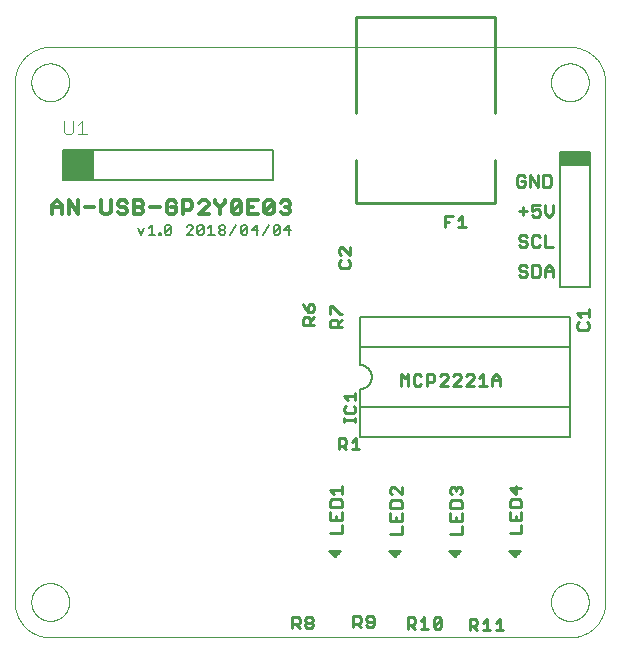
<source format=gto>
G75*
%MOIN*%
%OFA0B0*%
%FSLAX25Y25*%
%IPPOS*%
%LPD*%
%AMOC8*
5,1,8,0,0,1.08239X$1,22.5*
%
%ADD10C,0.00000*%
%ADD11C,0.00900*%
%ADD12C,0.01200*%
%ADD13C,0.00800*%
%ADD14C,0.00600*%
%ADD15C,0.01000*%
%ADD16C,0.00500*%
%ADD17C,0.00787*%
%ADD18R,0.10000X0.05000*%
%ADD19C,0.00400*%
D10*
X0004543Y0016354D02*
X0004543Y0189583D01*
X0010055Y0189583D02*
X0010057Y0189741D01*
X0010063Y0189899D01*
X0010073Y0190057D01*
X0010087Y0190215D01*
X0010105Y0190372D01*
X0010126Y0190529D01*
X0010152Y0190685D01*
X0010182Y0190841D01*
X0010215Y0190996D01*
X0010253Y0191149D01*
X0010294Y0191302D01*
X0010339Y0191454D01*
X0010388Y0191605D01*
X0010441Y0191754D01*
X0010497Y0191902D01*
X0010557Y0192048D01*
X0010621Y0192193D01*
X0010689Y0192336D01*
X0010760Y0192478D01*
X0010834Y0192618D01*
X0010912Y0192755D01*
X0010994Y0192891D01*
X0011078Y0193025D01*
X0011167Y0193156D01*
X0011258Y0193285D01*
X0011353Y0193412D01*
X0011450Y0193537D01*
X0011551Y0193659D01*
X0011655Y0193778D01*
X0011762Y0193895D01*
X0011872Y0194009D01*
X0011985Y0194120D01*
X0012100Y0194229D01*
X0012218Y0194334D01*
X0012339Y0194436D01*
X0012462Y0194536D01*
X0012588Y0194632D01*
X0012716Y0194725D01*
X0012846Y0194815D01*
X0012979Y0194901D01*
X0013114Y0194985D01*
X0013250Y0195064D01*
X0013389Y0195141D01*
X0013530Y0195213D01*
X0013672Y0195283D01*
X0013816Y0195348D01*
X0013962Y0195410D01*
X0014109Y0195468D01*
X0014258Y0195523D01*
X0014408Y0195574D01*
X0014559Y0195621D01*
X0014711Y0195664D01*
X0014864Y0195703D01*
X0015019Y0195739D01*
X0015174Y0195770D01*
X0015330Y0195798D01*
X0015486Y0195822D01*
X0015643Y0195842D01*
X0015801Y0195858D01*
X0015958Y0195870D01*
X0016117Y0195878D01*
X0016275Y0195882D01*
X0016433Y0195882D01*
X0016591Y0195878D01*
X0016750Y0195870D01*
X0016907Y0195858D01*
X0017065Y0195842D01*
X0017222Y0195822D01*
X0017378Y0195798D01*
X0017534Y0195770D01*
X0017689Y0195739D01*
X0017844Y0195703D01*
X0017997Y0195664D01*
X0018149Y0195621D01*
X0018300Y0195574D01*
X0018450Y0195523D01*
X0018599Y0195468D01*
X0018746Y0195410D01*
X0018892Y0195348D01*
X0019036Y0195283D01*
X0019178Y0195213D01*
X0019319Y0195141D01*
X0019458Y0195064D01*
X0019594Y0194985D01*
X0019729Y0194901D01*
X0019862Y0194815D01*
X0019992Y0194725D01*
X0020120Y0194632D01*
X0020246Y0194536D01*
X0020369Y0194436D01*
X0020490Y0194334D01*
X0020608Y0194229D01*
X0020723Y0194120D01*
X0020836Y0194009D01*
X0020946Y0193895D01*
X0021053Y0193778D01*
X0021157Y0193659D01*
X0021258Y0193537D01*
X0021355Y0193412D01*
X0021450Y0193285D01*
X0021541Y0193156D01*
X0021630Y0193025D01*
X0021714Y0192891D01*
X0021796Y0192755D01*
X0021874Y0192618D01*
X0021948Y0192478D01*
X0022019Y0192336D01*
X0022087Y0192193D01*
X0022151Y0192048D01*
X0022211Y0191902D01*
X0022267Y0191754D01*
X0022320Y0191605D01*
X0022369Y0191454D01*
X0022414Y0191302D01*
X0022455Y0191149D01*
X0022493Y0190996D01*
X0022526Y0190841D01*
X0022556Y0190685D01*
X0022582Y0190529D01*
X0022603Y0190372D01*
X0022621Y0190215D01*
X0022635Y0190057D01*
X0022645Y0189899D01*
X0022651Y0189741D01*
X0022653Y0189583D01*
X0022651Y0189425D01*
X0022645Y0189267D01*
X0022635Y0189109D01*
X0022621Y0188951D01*
X0022603Y0188794D01*
X0022582Y0188637D01*
X0022556Y0188481D01*
X0022526Y0188325D01*
X0022493Y0188170D01*
X0022455Y0188017D01*
X0022414Y0187864D01*
X0022369Y0187712D01*
X0022320Y0187561D01*
X0022267Y0187412D01*
X0022211Y0187264D01*
X0022151Y0187118D01*
X0022087Y0186973D01*
X0022019Y0186830D01*
X0021948Y0186688D01*
X0021874Y0186548D01*
X0021796Y0186411D01*
X0021714Y0186275D01*
X0021630Y0186141D01*
X0021541Y0186010D01*
X0021450Y0185881D01*
X0021355Y0185754D01*
X0021258Y0185629D01*
X0021157Y0185507D01*
X0021053Y0185388D01*
X0020946Y0185271D01*
X0020836Y0185157D01*
X0020723Y0185046D01*
X0020608Y0184937D01*
X0020490Y0184832D01*
X0020369Y0184730D01*
X0020246Y0184630D01*
X0020120Y0184534D01*
X0019992Y0184441D01*
X0019862Y0184351D01*
X0019729Y0184265D01*
X0019594Y0184181D01*
X0019458Y0184102D01*
X0019319Y0184025D01*
X0019178Y0183953D01*
X0019036Y0183883D01*
X0018892Y0183818D01*
X0018746Y0183756D01*
X0018599Y0183698D01*
X0018450Y0183643D01*
X0018300Y0183592D01*
X0018149Y0183545D01*
X0017997Y0183502D01*
X0017844Y0183463D01*
X0017689Y0183427D01*
X0017534Y0183396D01*
X0017378Y0183368D01*
X0017222Y0183344D01*
X0017065Y0183324D01*
X0016907Y0183308D01*
X0016750Y0183296D01*
X0016591Y0183288D01*
X0016433Y0183284D01*
X0016275Y0183284D01*
X0016117Y0183288D01*
X0015958Y0183296D01*
X0015801Y0183308D01*
X0015643Y0183324D01*
X0015486Y0183344D01*
X0015330Y0183368D01*
X0015174Y0183396D01*
X0015019Y0183427D01*
X0014864Y0183463D01*
X0014711Y0183502D01*
X0014559Y0183545D01*
X0014408Y0183592D01*
X0014258Y0183643D01*
X0014109Y0183698D01*
X0013962Y0183756D01*
X0013816Y0183818D01*
X0013672Y0183883D01*
X0013530Y0183953D01*
X0013389Y0184025D01*
X0013250Y0184102D01*
X0013114Y0184181D01*
X0012979Y0184265D01*
X0012846Y0184351D01*
X0012716Y0184441D01*
X0012588Y0184534D01*
X0012462Y0184630D01*
X0012339Y0184730D01*
X0012218Y0184832D01*
X0012100Y0184937D01*
X0011985Y0185046D01*
X0011872Y0185157D01*
X0011762Y0185271D01*
X0011655Y0185388D01*
X0011551Y0185507D01*
X0011450Y0185629D01*
X0011353Y0185754D01*
X0011258Y0185881D01*
X0011167Y0186010D01*
X0011078Y0186141D01*
X0010994Y0186275D01*
X0010912Y0186411D01*
X0010834Y0186548D01*
X0010760Y0186688D01*
X0010689Y0186830D01*
X0010621Y0186973D01*
X0010557Y0187118D01*
X0010497Y0187264D01*
X0010441Y0187412D01*
X0010388Y0187561D01*
X0010339Y0187712D01*
X0010294Y0187864D01*
X0010253Y0188017D01*
X0010215Y0188170D01*
X0010182Y0188325D01*
X0010152Y0188481D01*
X0010126Y0188637D01*
X0010105Y0188794D01*
X0010087Y0188951D01*
X0010073Y0189109D01*
X0010063Y0189267D01*
X0010057Y0189425D01*
X0010055Y0189583D01*
X0004543Y0189583D02*
X0004546Y0189868D01*
X0004557Y0190154D01*
X0004574Y0190439D01*
X0004598Y0190723D01*
X0004629Y0191007D01*
X0004667Y0191290D01*
X0004712Y0191571D01*
X0004763Y0191852D01*
X0004821Y0192132D01*
X0004886Y0192410D01*
X0004958Y0192686D01*
X0005036Y0192960D01*
X0005121Y0193233D01*
X0005213Y0193503D01*
X0005311Y0193771D01*
X0005415Y0194037D01*
X0005526Y0194300D01*
X0005643Y0194560D01*
X0005766Y0194818D01*
X0005896Y0195072D01*
X0006032Y0195323D01*
X0006173Y0195571D01*
X0006321Y0195815D01*
X0006474Y0196056D01*
X0006634Y0196292D01*
X0006799Y0196525D01*
X0006969Y0196754D01*
X0007145Y0196979D01*
X0007327Y0197199D01*
X0007513Y0197415D01*
X0007705Y0197626D01*
X0007902Y0197833D01*
X0008104Y0198035D01*
X0008311Y0198232D01*
X0008522Y0198424D01*
X0008738Y0198610D01*
X0008958Y0198792D01*
X0009183Y0198968D01*
X0009412Y0199138D01*
X0009645Y0199303D01*
X0009881Y0199463D01*
X0010122Y0199616D01*
X0010366Y0199764D01*
X0010614Y0199905D01*
X0010865Y0200041D01*
X0011119Y0200171D01*
X0011377Y0200294D01*
X0011637Y0200411D01*
X0011900Y0200522D01*
X0012166Y0200626D01*
X0012434Y0200724D01*
X0012704Y0200816D01*
X0012977Y0200901D01*
X0013251Y0200979D01*
X0013527Y0201051D01*
X0013805Y0201116D01*
X0014085Y0201174D01*
X0014366Y0201225D01*
X0014647Y0201270D01*
X0014930Y0201308D01*
X0015214Y0201339D01*
X0015498Y0201363D01*
X0015783Y0201380D01*
X0016069Y0201391D01*
X0016354Y0201394D01*
X0189583Y0201394D01*
X0183284Y0189583D02*
X0183286Y0189741D01*
X0183292Y0189899D01*
X0183302Y0190057D01*
X0183316Y0190215D01*
X0183334Y0190372D01*
X0183355Y0190529D01*
X0183381Y0190685D01*
X0183411Y0190841D01*
X0183444Y0190996D01*
X0183482Y0191149D01*
X0183523Y0191302D01*
X0183568Y0191454D01*
X0183617Y0191605D01*
X0183670Y0191754D01*
X0183726Y0191902D01*
X0183786Y0192048D01*
X0183850Y0192193D01*
X0183918Y0192336D01*
X0183989Y0192478D01*
X0184063Y0192618D01*
X0184141Y0192755D01*
X0184223Y0192891D01*
X0184307Y0193025D01*
X0184396Y0193156D01*
X0184487Y0193285D01*
X0184582Y0193412D01*
X0184679Y0193537D01*
X0184780Y0193659D01*
X0184884Y0193778D01*
X0184991Y0193895D01*
X0185101Y0194009D01*
X0185214Y0194120D01*
X0185329Y0194229D01*
X0185447Y0194334D01*
X0185568Y0194436D01*
X0185691Y0194536D01*
X0185817Y0194632D01*
X0185945Y0194725D01*
X0186075Y0194815D01*
X0186208Y0194901D01*
X0186343Y0194985D01*
X0186479Y0195064D01*
X0186618Y0195141D01*
X0186759Y0195213D01*
X0186901Y0195283D01*
X0187045Y0195348D01*
X0187191Y0195410D01*
X0187338Y0195468D01*
X0187487Y0195523D01*
X0187637Y0195574D01*
X0187788Y0195621D01*
X0187940Y0195664D01*
X0188093Y0195703D01*
X0188248Y0195739D01*
X0188403Y0195770D01*
X0188559Y0195798D01*
X0188715Y0195822D01*
X0188872Y0195842D01*
X0189030Y0195858D01*
X0189187Y0195870D01*
X0189346Y0195878D01*
X0189504Y0195882D01*
X0189662Y0195882D01*
X0189820Y0195878D01*
X0189979Y0195870D01*
X0190136Y0195858D01*
X0190294Y0195842D01*
X0190451Y0195822D01*
X0190607Y0195798D01*
X0190763Y0195770D01*
X0190918Y0195739D01*
X0191073Y0195703D01*
X0191226Y0195664D01*
X0191378Y0195621D01*
X0191529Y0195574D01*
X0191679Y0195523D01*
X0191828Y0195468D01*
X0191975Y0195410D01*
X0192121Y0195348D01*
X0192265Y0195283D01*
X0192407Y0195213D01*
X0192548Y0195141D01*
X0192687Y0195064D01*
X0192823Y0194985D01*
X0192958Y0194901D01*
X0193091Y0194815D01*
X0193221Y0194725D01*
X0193349Y0194632D01*
X0193475Y0194536D01*
X0193598Y0194436D01*
X0193719Y0194334D01*
X0193837Y0194229D01*
X0193952Y0194120D01*
X0194065Y0194009D01*
X0194175Y0193895D01*
X0194282Y0193778D01*
X0194386Y0193659D01*
X0194487Y0193537D01*
X0194584Y0193412D01*
X0194679Y0193285D01*
X0194770Y0193156D01*
X0194859Y0193025D01*
X0194943Y0192891D01*
X0195025Y0192755D01*
X0195103Y0192618D01*
X0195177Y0192478D01*
X0195248Y0192336D01*
X0195316Y0192193D01*
X0195380Y0192048D01*
X0195440Y0191902D01*
X0195496Y0191754D01*
X0195549Y0191605D01*
X0195598Y0191454D01*
X0195643Y0191302D01*
X0195684Y0191149D01*
X0195722Y0190996D01*
X0195755Y0190841D01*
X0195785Y0190685D01*
X0195811Y0190529D01*
X0195832Y0190372D01*
X0195850Y0190215D01*
X0195864Y0190057D01*
X0195874Y0189899D01*
X0195880Y0189741D01*
X0195882Y0189583D01*
X0195880Y0189425D01*
X0195874Y0189267D01*
X0195864Y0189109D01*
X0195850Y0188951D01*
X0195832Y0188794D01*
X0195811Y0188637D01*
X0195785Y0188481D01*
X0195755Y0188325D01*
X0195722Y0188170D01*
X0195684Y0188017D01*
X0195643Y0187864D01*
X0195598Y0187712D01*
X0195549Y0187561D01*
X0195496Y0187412D01*
X0195440Y0187264D01*
X0195380Y0187118D01*
X0195316Y0186973D01*
X0195248Y0186830D01*
X0195177Y0186688D01*
X0195103Y0186548D01*
X0195025Y0186411D01*
X0194943Y0186275D01*
X0194859Y0186141D01*
X0194770Y0186010D01*
X0194679Y0185881D01*
X0194584Y0185754D01*
X0194487Y0185629D01*
X0194386Y0185507D01*
X0194282Y0185388D01*
X0194175Y0185271D01*
X0194065Y0185157D01*
X0193952Y0185046D01*
X0193837Y0184937D01*
X0193719Y0184832D01*
X0193598Y0184730D01*
X0193475Y0184630D01*
X0193349Y0184534D01*
X0193221Y0184441D01*
X0193091Y0184351D01*
X0192958Y0184265D01*
X0192823Y0184181D01*
X0192687Y0184102D01*
X0192548Y0184025D01*
X0192407Y0183953D01*
X0192265Y0183883D01*
X0192121Y0183818D01*
X0191975Y0183756D01*
X0191828Y0183698D01*
X0191679Y0183643D01*
X0191529Y0183592D01*
X0191378Y0183545D01*
X0191226Y0183502D01*
X0191073Y0183463D01*
X0190918Y0183427D01*
X0190763Y0183396D01*
X0190607Y0183368D01*
X0190451Y0183344D01*
X0190294Y0183324D01*
X0190136Y0183308D01*
X0189979Y0183296D01*
X0189820Y0183288D01*
X0189662Y0183284D01*
X0189504Y0183284D01*
X0189346Y0183288D01*
X0189187Y0183296D01*
X0189030Y0183308D01*
X0188872Y0183324D01*
X0188715Y0183344D01*
X0188559Y0183368D01*
X0188403Y0183396D01*
X0188248Y0183427D01*
X0188093Y0183463D01*
X0187940Y0183502D01*
X0187788Y0183545D01*
X0187637Y0183592D01*
X0187487Y0183643D01*
X0187338Y0183698D01*
X0187191Y0183756D01*
X0187045Y0183818D01*
X0186901Y0183883D01*
X0186759Y0183953D01*
X0186618Y0184025D01*
X0186479Y0184102D01*
X0186343Y0184181D01*
X0186208Y0184265D01*
X0186075Y0184351D01*
X0185945Y0184441D01*
X0185817Y0184534D01*
X0185691Y0184630D01*
X0185568Y0184730D01*
X0185447Y0184832D01*
X0185329Y0184937D01*
X0185214Y0185046D01*
X0185101Y0185157D01*
X0184991Y0185271D01*
X0184884Y0185388D01*
X0184780Y0185507D01*
X0184679Y0185629D01*
X0184582Y0185754D01*
X0184487Y0185881D01*
X0184396Y0186010D01*
X0184307Y0186141D01*
X0184223Y0186275D01*
X0184141Y0186411D01*
X0184063Y0186548D01*
X0183989Y0186688D01*
X0183918Y0186830D01*
X0183850Y0186973D01*
X0183786Y0187118D01*
X0183726Y0187264D01*
X0183670Y0187412D01*
X0183617Y0187561D01*
X0183568Y0187712D01*
X0183523Y0187864D01*
X0183482Y0188017D01*
X0183444Y0188170D01*
X0183411Y0188325D01*
X0183381Y0188481D01*
X0183355Y0188637D01*
X0183334Y0188794D01*
X0183316Y0188951D01*
X0183302Y0189109D01*
X0183292Y0189267D01*
X0183286Y0189425D01*
X0183284Y0189583D01*
X0189583Y0201394D02*
X0189868Y0201391D01*
X0190154Y0201380D01*
X0190439Y0201363D01*
X0190723Y0201339D01*
X0191007Y0201308D01*
X0191290Y0201270D01*
X0191571Y0201225D01*
X0191852Y0201174D01*
X0192132Y0201116D01*
X0192410Y0201051D01*
X0192686Y0200979D01*
X0192960Y0200901D01*
X0193233Y0200816D01*
X0193503Y0200724D01*
X0193771Y0200626D01*
X0194037Y0200522D01*
X0194300Y0200411D01*
X0194560Y0200294D01*
X0194818Y0200171D01*
X0195072Y0200041D01*
X0195323Y0199905D01*
X0195571Y0199764D01*
X0195815Y0199616D01*
X0196056Y0199463D01*
X0196292Y0199303D01*
X0196525Y0199138D01*
X0196754Y0198968D01*
X0196979Y0198792D01*
X0197199Y0198610D01*
X0197415Y0198424D01*
X0197626Y0198232D01*
X0197833Y0198035D01*
X0198035Y0197833D01*
X0198232Y0197626D01*
X0198424Y0197415D01*
X0198610Y0197199D01*
X0198792Y0196979D01*
X0198968Y0196754D01*
X0199138Y0196525D01*
X0199303Y0196292D01*
X0199463Y0196056D01*
X0199616Y0195815D01*
X0199764Y0195571D01*
X0199905Y0195323D01*
X0200041Y0195072D01*
X0200171Y0194818D01*
X0200294Y0194560D01*
X0200411Y0194300D01*
X0200522Y0194037D01*
X0200626Y0193771D01*
X0200724Y0193503D01*
X0200816Y0193233D01*
X0200901Y0192960D01*
X0200979Y0192686D01*
X0201051Y0192410D01*
X0201116Y0192132D01*
X0201174Y0191852D01*
X0201225Y0191571D01*
X0201270Y0191290D01*
X0201308Y0191007D01*
X0201339Y0190723D01*
X0201363Y0190439D01*
X0201380Y0190154D01*
X0201391Y0189868D01*
X0201394Y0189583D01*
X0201394Y0016354D01*
X0183284Y0016354D02*
X0183286Y0016512D01*
X0183292Y0016670D01*
X0183302Y0016828D01*
X0183316Y0016986D01*
X0183334Y0017143D01*
X0183355Y0017300D01*
X0183381Y0017456D01*
X0183411Y0017612D01*
X0183444Y0017767D01*
X0183482Y0017920D01*
X0183523Y0018073D01*
X0183568Y0018225D01*
X0183617Y0018376D01*
X0183670Y0018525D01*
X0183726Y0018673D01*
X0183786Y0018819D01*
X0183850Y0018964D01*
X0183918Y0019107D01*
X0183989Y0019249D01*
X0184063Y0019389D01*
X0184141Y0019526D01*
X0184223Y0019662D01*
X0184307Y0019796D01*
X0184396Y0019927D01*
X0184487Y0020056D01*
X0184582Y0020183D01*
X0184679Y0020308D01*
X0184780Y0020430D01*
X0184884Y0020549D01*
X0184991Y0020666D01*
X0185101Y0020780D01*
X0185214Y0020891D01*
X0185329Y0021000D01*
X0185447Y0021105D01*
X0185568Y0021207D01*
X0185691Y0021307D01*
X0185817Y0021403D01*
X0185945Y0021496D01*
X0186075Y0021586D01*
X0186208Y0021672D01*
X0186343Y0021756D01*
X0186479Y0021835D01*
X0186618Y0021912D01*
X0186759Y0021984D01*
X0186901Y0022054D01*
X0187045Y0022119D01*
X0187191Y0022181D01*
X0187338Y0022239D01*
X0187487Y0022294D01*
X0187637Y0022345D01*
X0187788Y0022392D01*
X0187940Y0022435D01*
X0188093Y0022474D01*
X0188248Y0022510D01*
X0188403Y0022541D01*
X0188559Y0022569D01*
X0188715Y0022593D01*
X0188872Y0022613D01*
X0189030Y0022629D01*
X0189187Y0022641D01*
X0189346Y0022649D01*
X0189504Y0022653D01*
X0189662Y0022653D01*
X0189820Y0022649D01*
X0189979Y0022641D01*
X0190136Y0022629D01*
X0190294Y0022613D01*
X0190451Y0022593D01*
X0190607Y0022569D01*
X0190763Y0022541D01*
X0190918Y0022510D01*
X0191073Y0022474D01*
X0191226Y0022435D01*
X0191378Y0022392D01*
X0191529Y0022345D01*
X0191679Y0022294D01*
X0191828Y0022239D01*
X0191975Y0022181D01*
X0192121Y0022119D01*
X0192265Y0022054D01*
X0192407Y0021984D01*
X0192548Y0021912D01*
X0192687Y0021835D01*
X0192823Y0021756D01*
X0192958Y0021672D01*
X0193091Y0021586D01*
X0193221Y0021496D01*
X0193349Y0021403D01*
X0193475Y0021307D01*
X0193598Y0021207D01*
X0193719Y0021105D01*
X0193837Y0021000D01*
X0193952Y0020891D01*
X0194065Y0020780D01*
X0194175Y0020666D01*
X0194282Y0020549D01*
X0194386Y0020430D01*
X0194487Y0020308D01*
X0194584Y0020183D01*
X0194679Y0020056D01*
X0194770Y0019927D01*
X0194859Y0019796D01*
X0194943Y0019662D01*
X0195025Y0019526D01*
X0195103Y0019389D01*
X0195177Y0019249D01*
X0195248Y0019107D01*
X0195316Y0018964D01*
X0195380Y0018819D01*
X0195440Y0018673D01*
X0195496Y0018525D01*
X0195549Y0018376D01*
X0195598Y0018225D01*
X0195643Y0018073D01*
X0195684Y0017920D01*
X0195722Y0017767D01*
X0195755Y0017612D01*
X0195785Y0017456D01*
X0195811Y0017300D01*
X0195832Y0017143D01*
X0195850Y0016986D01*
X0195864Y0016828D01*
X0195874Y0016670D01*
X0195880Y0016512D01*
X0195882Y0016354D01*
X0195880Y0016196D01*
X0195874Y0016038D01*
X0195864Y0015880D01*
X0195850Y0015722D01*
X0195832Y0015565D01*
X0195811Y0015408D01*
X0195785Y0015252D01*
X0195755Y0015096D01*
X0195722Y0014941D01*
X0195684Y0014788D01*
X0195643Y0014635D01*
X0195598Y0014483D01*
X0195549Y0014332D01*
X0195496Y0014183D01*
X0195440Y0014035D01*
X0195380Y0013889D01*
X0195316Y0013744D01*
X0195248Y0013601D01*
X0195177Y0013459D01*
X0195103Y0013319D01*
X0195025Y0013182D01*
X0194943Y0013046D01*
X0194859Y0012912D01*
X0194770Y0012781D01*
X0194679Y0012652D01*
X0194584Y0012525D01*
X0194487Y0012400D01*
X0194386Y0012278D01*
X0194282Y0012159D01*
X0194175Y0012042D01*
X0194065Y0011928D01*
X0193952Y0011817D01*
X0193837Y0011708D01*
X0193719Y0011603D01*
X0193598Y0011501D01*
X0193475Y0011401D01*
X0193349Y0011305D01*
X0193221Y0011212D01*
X0193091Y0011122D01*
X0192958Y0011036D01*
X0192823Y0010952D01*
X0192687Y0010873D01*
X0192548Y0010796D01*
X0192407Y0010724D01*
X0192265Y0010654D01*
X0192121Y0010589D01*
X0191975Y0010527D01*
X0191828Y0010469D01*
X0191679Y0010414D01*
X0191529Y0010363D01*
X0191378Y0010316D01*
X0191226Y0010273D01*
X0191073Y0010234D01*
X0190918Y0010198D01*
X0190763Y0010167D01*
X0190607Y0010139D01*
X0190451Y0010115D01*
X0190294Y0010095D01*
X0190136Y0010079D01*
X0189979Y0010067D01*
X0189820Y0010059D01*
X0189662Y0010055D01*
X0189504Y0010055D01*
X0189346Y0010059D01*
X0189187Y0010067D01*
X0189030Y0010079D01*
X0188872Y0010095D01*
X0188715Y0010115D01*
X0188559Y0010139D01*
X0188403Y0010167D01*
X0188248Y0010198D01*
X0188093Y0010234D01*
X0187940Y0010273D01*
X0187788Y0010316D01*
X0187637Y0010363D01*
X0187487Y0010414D01*
X0187338Y0010469D01*
X0187191Y0010527D01*
X0187045Y0010589D01*
X0186901Y0010654D01*
X0186759Y0010724D01*
X0186618Y0010796D01*
X0186479Y0010873D01*
X0186343Y0010952D01*
X0186208Y0011036D01*
X0186075Y0011122D01*
X0185945Y0011212D01*
X0185817Y0011305D01*
X0185691Y0011401D01*
X0185568Y0011501D01*
X0185447Y0011603D01*
X0185329Y0011708D01*
X0185214Y0011817D01*
X0185101Y0011928D01*
X0184991Y0012042D01*
X0184884Y0012159D01*
X0184780Y0012278D01*
X0184679Y0012400D01*
X0184582Y0012525D01*
X0184487Y0012652D01*
X0184396Y0012781D01*
X0184307Y0012912D01*
X0184223Y0013046D01*
X0184141Y0013182D01*
X0184063Y0013319D01*
X0183989Y0013459D01*
X0183918Y0013601D01*
X0183850Y0013744D01*
X0183786Y0013889D01*
X0183726Y0014035D01*
X0183670Y0014183D01*
X0183617Y0014332D01*
X0183568Y0014483D01*
X0183523Y0014635D01*
X0183482Y0014788D01*
X0183444Y0014941D01*
X0183411Y0015096D01*
X0183381Y0015252D01*
X0183355Y0015408D01*
X0183334Y0015565D01*
X0183316Y0015722D01*
X0183302Y0015880D01*
X0183292Y0016038D01*
X0183286Y0016196D01*
X0183284Y0016354D01*
X0189583Y0004543D02*
X0189868Y0004546D01*
X0190154Y0004557D01*
X0190439Y0004574D01*
X0190723Y0004598D01*
X0191007Y0004629D01*
X0191290Y0004667D01*
X0191571Y0004712D01*
X0191852Y0004763D01*
X0192132Y0004821D01*
X0192410Y0004886D01*
X0192686Y0004958D01*
X0192960Y0005036D01*
X0193233Y0005121D01*
X0193503Y0005213D01*
X0193771Y0005311D01*
X0194037Y0005415D01*
X0194300Y0005526D01*
X0194560Y0005643D01*
X0194818Y0005766D01*
X0195072Y0005896D01*
X0195323Y0006032D01*
X0195571Y0006173D01*
X0195815Y0006321D01*
X0196056Y0006474D01*
X0196292Y0006634D01*
X0196525Y0006799D01*
X0196754Y0006969D01*
X0196979Y0007145D01*
X0197199Y0007327D01*
X0197415Y0007513D01*
X0197626Y0007705D01*
X0197833Y0007902D01*
X0198035Y0008104D01*
X0198232Y0008311D01*
X0198424Y0008522D01*
X0198610Y0008738D01*
X0198792Y0008958D01*
X0198968Y0009183D01*
X0199138Y0009412D01*
X0199303Y0009645D01*
X0199463Y0009881D01*
X0199616Y0010122D01*
X0199764Y0010366D01*
X0199905Y0010614D01*
X0200041Y0010865D01*
X0200171Y0011119D01*
X0200294Y0011377D01*
X0200411Y0011637D01*
X0200522Y0011900D01*
X0200626Y0012166D01*
X0200724Y0012434D01*
X0200816Y0012704D01*
X0200901Y0012977D01*
X0200979Y0013251D01*
X0201051Y0013527D01*
X0201116Y0013805D01*
X0201174Y0014085D01*
X0201225Y0014366D01*
X0201270Y0014647D01*
X0201308Y0014930D01*
X0201339Y0015214D01*
X0201363Y0015498D01*
X0201380Y0015783D01*
X0201391Y0016069D01*
X0201394Y0016354D01*
X0189583Y0004543D02*
X0016354Y0004543D01*
X0010055Y0016354D02*
X0010057Y0016512D01*
X0010063Y0016670D01*
X0010073Y0016828D01*
X0010087Y0016986D01*
X0010105Y0017143D01*
X0010126Y0017300D01*
X0010152Y0017456D01*
X0010182Y0017612D01*
X0010215Y0017767D01*
X0010253Y0017920D01*
X0010294Y0018073D01*
X0010339Y0018225D01*
X0010388Y0018376D01*
X0010441Y0018525D01*
X0010497Y0018673D01*
X0010557Y0018819D01*
X0010621Y0018964D01*
X0010689Y0019107D01*
X0010760Y0019249D01*
X0010834Y0019389D01*
X0010912Y0019526D01*
X0010994Y0019662D01*
X0011078Y0019796D01*
X0011167Y0019927D01*
X0011258Y0020056D01*
X0011353Y0020183D01*
X0011450Y0020308D01*
X0011551Y0020430D01*
X0011655Y0020549D01*
X0011762Y0020666D01*
X0011872Y0020780D01*
X0011985Y0020891D01*
X0012100Y0021000D01*
X0012218Y0021105D01*
X0012339Y0021207D01*
X0012462Y0021307D01*
X0012588Y0021403D01*
X0012716Y0021496D01*
X0012846Y0021586D01*
X0012979Y0021672D01*
X0013114Y0021756D01*
X0013250Y0021835D01*
X0013389Y0021912D01*
X0013530Y0021984D01*
X0013672Y0022054D01*
X0013816Y0022119D01*
X0013962Y0022181D01*
X0014109Y0022239D01*
X0014258Y0022294D01*
X0014408Y0022345D01*
X0014559Y0022392D01*
X0014711Y0022435D01*
X0014864Y0022474D01*
X0015019Y0022510D01*
X0015174Y0022541D01*
X0015330Y0022569D01*
X0015486Y0022593D01*
X0015643Y0022613D01*
X0015801Y0022629D01*
X0015958Y0022641D01*
X0016117Y0022649D01*
X0016275Y0022653D01*
X0016433Y0022653D01*
X0016591Y0022649D01*
X0016750Y0022641D01*
X0016907Y0022629D01*
X0017065Y0022613D01*
X0017222Y0022593D01*
X0017378Y0022569D01*
X0017534Y0022541D01*
X0017689Y0022510D01*
X0017844Y0022474D01*
X0017997Y0022435D01*
X0018149Y0022392D01*
X0018300Y0022345D01*
X0018450Y0022294D01*
X0018599Y0022239D01*
X0018746Y0022181D01*
X0018892Y0022119D01*
X0019036Y0022054D01*
X0019178Y0021984D01*
X0019319Y0021912D01*
X0019458Y0021835D01*
X0019594Y0021756D01*
X0019729Y0021672D01*
X0019862Y0021586D01*
X0019992Y0021496D01*
X0020120Y0021403D01*
X0020246Y0021307D01*
X0020369Y0021207D01*
X0020490Y0021105D01*
X0020608Y0021000D01*
X0020723Y0020891D01*
X0020836Y0020780D01*
X0020946Y0020666D01*
X0021053Y0020549D01*
X0021157Y0020430D01*
X0021258Y0020308D01*
X0021355Y0020183D01*
X0021450Y0020056D01*
X0021541Y0019927D01*
X0021630Y0019796D01*
X0021714Y0019662D01*
X0021796Y0019526D01*
X0021874Y0019389D01*
X0021948Y0019249D01*
X0022019Y0019107D01*
X0022087Y0018964D01*
X0022151Y0018819D01*
X0022211Y0018673D01*
X0022267Y0018525D01*
X0022320Y0018376D01*
X0022369Y0018225D01*
X0022414Y0018073D01*
X0022455Y0017920D01*
X0022493Y0017767D01*
X0022526Y0017612D01*
X0022556Y0017456D01*
X0022582Y0017300D01*
X0022603Y0017143D01*
X0022621Y0016986D01*
X0022635Y0016828D01*
X0022645Y0016670D01*
X0022651Y0016512D01*
X0022653Y0016354D01*
X0022651Y0016196D01*
X0022645Y0016038D01*
X0022635Y0015880D01*
X0022621Y0015722D01*
X0022603Y0015565D01*
X0022582Y0015408D01*
X0022556Y0015252D01*
X0022526Y0015096D01*
X0022493Y0014941D01*
X0022455Y0014788D01*
X0022414Y0014635D01*
X0022369Y0014483D01*
X0022320Y0014332D01*
X0022267Y0014183D01*
X0022211Y0014035D01*
X0022151Y0013889D01*
X0022087Y0013744D01*
X0022019Y0013601D01*
X0021948Y0013459D01*
X0021874Y0013319D01*
X0021796Y0013182D01*
X0021714Y0013046D01*
X0021630Y0012912D01*
X0021541Y0012781D01*
X0021450Y0012652D01*
X0021355Y0012525D01*
X0021258Y0012400D01*
X0021157Y0012278D01*
X0021053Y0012159D01*
X0020946Y0012042D01*
X0020836Y0011928D01*
X0020723Y0011817D01*
X0020608Y0011708D01*
X0020490Y0011603D01*
X0020369Y0011501D01*
X0020246Y0011401D01*
X0020120Y0011305D01*
X0019992Y0011212D01*
X0019862Y0011122D01*
X0019729Y0011036D01*
X0019594Y0010952D01*
X0019458Y0010873D01*
X0019319Y0010796D01*
X0019178Y0010724D01*
X0019036Y0010654D01*
X0018892Y0010589D01*
X0018746Y0010527D01*
X0018599Y0010469D01*
X0018450Y0010414D01*
X0018300Y0010363D01*
X0018149Y0010316D01*
X0017997Y0010273D01*
X0017844Y0010234D01*
X0017689Y0010198D01*
X0017534Y0010167D01*
X0017378Y0010139D01*
X0017222Y0010115D01*
X0017065Y0010095D01*
X0016907Y0010079D01*
X0016750Y0010067D01*
X0016591Y0010059D01*
X0016433Y0010055D01*
X0016275Y0010055D01*
X0016117Y0010059D01*
X0015958Y0010067D01*
X0015801Y0010079D01*
X0015643Y0010095D01*
X0015486Y0010115D01*
X0015330Y0010139D01*
X0015174Y0010167D01*
X0015019Y0010198D01*
X0014864Y0010234D01*
X0014711Y0010273D01*
X0014559Y0010316D01*
X0014408Y0010363D01*
X0014258Y0010414D01*
X0014109Y0010469D01*
X0013962Y0010527D01*
X0013816Y0010589D01*
X0013672Y0010654D01*
X0013530Y0010724D01*
X0013389Y0010796D01*
X0013250Y0010873D01*
X0013114Y0010952D01*
X0012979Y0011036D01*
X0012846Y0011122D01*
X0012716Y0011212D01*
X0012588Y0011305D01*
X0012462Y0011401D01*
X0012339Y0011501D01*
X0012218Y0011603D01*
X0012100Y0011708D01*
X0011985Y0011817D01*
X0011872Y0011928D01*
X0011762Y0012042D01*
X0011655Y0012159D01*
X0011551Y0012278D01*
X0011450Y0012400D01*
X0011353Y0012525D01*
X0011258Y0012652D01*
X0011167Y0012781D01*
X0011078Y0012912D01*
X0010994Y0013046D01*
X0010912Y0013182D01*
X0010834Y0013319D01*
X0010760Y0013459D01*
X0010689Y0013601D01*
X0010621Y0013744D01*
X0010557Y0013889D01*
X0010497Y0014035D01*
X0010441Y0014183D01*
X0010388Y0014332D01*
X0010339Y0014483D01*
X0010294Y0014635D01*
X0010253Y0014788D01*
X0010215Y0014941D01*
X0010182Y0015096D01*
X0010152Y0015252D01*
X0010126Y0015408D01*
X0010105Y0015565D01*
X0010087Y0015722D01*
X0010073Y0015880D01*
X0010063Y0016038D01*
X0010057Y0016196D01*
X0010055Y0016354D01*
X0004543Y0016354D02*
X0004546Y0016069D01*
X0004557Y0015783D01*
X0004574Y0015498D01*
X0004598Y0015214D01*
X0004629Y0014930D01*
X0004667Y0014647D01*
X0004712Y0014366D01*
X0004763Y0014085D01*
X0004821Y0013805D01*
X0004886Y0013527D01*
X0004958Y0013251D01*
X0005036Y0012977D01*
X0005121Y0012704D01*
X0005213Y0012434D01*
X0005311Y0012166D01*
X0005415Y0011900D01*
X0005526Y0011637D01*
X0005643Y0011377D01*
X0005766Y0011119D01*
X0005896Y0010865D01*
X0006032Y0010614D01*
X0006173Y0010366D01*
X0006321Y0010122D01*
X0006474Y0009881D01*
X0006634Y0009645D01*
X0006799Y0009412D01*
X0006969Y0009183D01*
X0007145Y0008958D01*
X0007327Y0008738D01*
X0007513Y0008522D01*
X0007705Y0008311D01*
X0007902Y0008104D01*
X0008104Y0007902D01*
X0008311Y0007705D01*
X0008522Y0007513D01*
X0008738Y0007327D01*
X0008958Y0007145D01*
X0009183Y0006969D01*
X0009412Y0006799D01*
X0009645Y0006634D01*
X0009881Y0006474D01*
X0010122Y0006321D01*
X0010366Y0006173D01*
X0010614Y0006032D01*
X0010865Y0005896D01*
X0011119Y0005766D01*
X0011377Y0005643D01*
X0011637Y0005526D01*
X0011900Y0005415D01*
X0012166Y0005311D01*
X0012434Y0005213D01*
X0012704Y0005121D01*
X0012977Y0005036D01*
X0013251Y0004958D01*
X0013527Y0004886D01*
X0013805Y0004821D01*
X0014085Y0004763D01*
X0014366Y0004712D01*
X0014647Y0004667D01*
X0014930Y0004629D01*
X0015214Y0004598D01*
X0015498Y0004574D01*
X0015783Y0004557D01*
X0016069Y0004546D01*
X0016354Y0004543D01*
D11*
X0096903Y0007588D02*
X0096903Y0011415D01*
X0098817Y0011415D01*
X0099455Y0010778D01*
X0099455Y0009502D01*
X0098817Y0008864D01*
X0096903Y0008864D01*
X0098179Y0008864D02*
X0099455Y0007588D01*
X0101253Y0008226D02*
X0101253Y0008864D01*
X0101891Y0009502D01*
X0103167Y0009502D01*
X0103805Y0008864D01*
X0103805Y0008226D01*
X0103167Y0007588D01*
X0101891Y0007588D01*
X0101253Y0008226D01*
X0101891Y0009502D02*
X0101253Y0010140D01*
X0101253Y0010778D01*
X0101891Y0011415D01*
X0103167Y0011415D01*
X0103805Y0010778D01*
X0103805Y0010140D01*
X0103167Y0009502D01*
X0117375Y0009179D02*
X0119289Y0009179D01*
X0119927Y0009817D01*
X0119927Y0011092D01*
X0119289Y0011730D01*
X0117375Y0011730D01*
X0117375Y0007903D01*
X0118651Y0009179D02*
X0119927Y0007903D01*
X0121725Y0008541D02*
X0122363Y0007903D01*
X0123639Y0007903D01*
X0124277Y0008541D01*
X0124277Y0011092D01*
X0123639Y0011730D01*
X0122363Y0011730D01*
X0121725Y0011092D01*
X0121725Y0010455D01*
X0122363Y0009817D01*
X0124277Y0009817D01*
X0135485Y0008706D02*
X0137399Y0008706D01*
X0138037Y0009344D01*
X0138037Y0010620D01*
X0137399Y0011258D01*
X0135485Y0011258D01*
X0135485Y0007430D01*
X0136761Y0008706D02*
X0138037Y0007430D01*
X0139836Y0007430D02*
X0142387Y0007430D01*
X0141111Y0007430D02*
X0141111Y0011258D01*
X0139836Y0009982D01*
X0144186Y0010620D02*
X0144186Y0008068D01*
X0146738Y0010620D01*
X0146738Y0008068D01*
X0146100Y0007430D01*
X0144824Y0007430D01*
X0144186Y0008068D01*
X0144186Y0010620D02*
X0144824Y0011258D01*
X0146100Y0011258D01*
X0146738Y0010620D01*
X0156170Y0010786D02*
X0156170Y0006958D01*
X0156170Y0008234D02*
X0158084Y0008234D01*
X0158722Y0008872D01*
X0158722Y0010148D01*
X0158084Y0010786D01*
X0156170Y0010786D01*
X0157446Y0008234D02*
X0158722Y0006958D01*
X0160521Y0006958D02*
X0163072Y0006958D01*
X0161797Y0006958D02*
X0161797Y0010786D01*
X0160521Y0009510D01*
X0164871Y0009510D02*
X0166147Y0010786D01*
X0166147Y0006958D01*
X0164871Y0006958D02*
X0167423Y0006958D01*
X0169541Y0039364D02*
X0173369Y0039364D01*
X0173369Y0041916D01*
X0173369Y0043714D02*
X0173369Y0046266D01*
X0173369Y0048065D02*
X0173369Y0049978D01*
X0172731Y0050616D01*
X0170179Y0050616D01*
X0169541Y0049978D01*
X0169541Y0048065D01*
X0173369Y0048065D01*
X0171455Y0044990D02*
X0171455Y0043714D01*
X0169541Y0043714D02*
X0169541Y0046266D01*
X0169541Y0043714D02*
X0173369Y0043714D01*
X0171455Y0052415D02*
X0171455Y0054967D01*
X0169541Y0054329D02*
X0171455Y0052415D01*
X0173369Y0054329D02*
X0169541Y0054329D01*
X0153581Y0054116D02*
X0153581Y0052840D01*
X0152944Y0052202D01*
X0152944Y0050404D02*
X0150392Y0050404D01*
X0149754Y0049766D01*
X0149754Y0047852D01*
X0153581Y0047852D01*
X0153581Y0049766D01*
X0152944Y0050404D01*
X0150392Y0052202D02*
X0149754Y0052840D01*
X0149754Y0054116D01*
X0150392Y0054754D01*
X0151030Y0054754D01*
X0151668Y0054116D01*
X0152306Y0054754D01*
X0152944Y0054754D01*
X0153581Y0054116D01*
X0151668Y0054116D02*
X0151668Y0053478D01*
X0153581Y0046054D02*
X0153581Y0043502D01*
X0149754Y0043502D01*
X0149754Y0046054D01*
X0151668Y0044778D02*
X0151668Y0043502D01*
X0153581Y0041703D02*
X0153581Y0039152D01*
X0149754Y0039152D01*
X0133581Y0039152D02*
X0133581Y0041703D01*
X0133581Y0043502D02*
X0133581Y0046054D01*
X0133581Y0047852D02*
X0133581Y0049766D01*
X0132944Y0050404D01*
X0130392Y0050404D01*
X0129754Y0049766D01*
X0129754Y0047852D01*
X0133581Y0047852D01*
X0131668Y0044778D02*
X0131668Y0043502D01*
X0133581Y0043502D02*
X0129754Y0043502D01*
X0129754Y0046054D01*
X0130392Y0052202D02*
X0129754Y0052840D01*
X0129754Y0054116D01*
X0130392Y0054754D01*
X0131030Y0054754D01*
X0133581Y0052202D01*
X0133581Y0054754D01*
X0133581Y0039152D02*
X0129754Y0039152D01*
X0113581Y0039364D02*
X0113581Y0041916D01*
X0113581Y0043714D02*
X0113581Y0046266D01*
X0113581Y0048065D02*
X0113581Y0049978D01*
X0112944Y0050616D01*
X0110392Y0050616D01*
X0109754Y0049978D01*
X0109754Y0048065D01*
X0113581Y0048065D01*
X0111668Y0044990D02*
X0111668Y0043714D01*
X0113581Y0043714D02*
X0109754Y0043714D01*
X0109754Y0046266D01*
X0111030Y0052415D02*
X0109754Y0053691D01*
X0113581Y0053691D01*
X0113581Y0052415D02*
X0113581Y0054967D01*
X0112533Y0067218D02*
X0112533Y0071045D01*
X0114447Y0071045D01*
X0115085Y0070407D01*
X0115085Y0069132D01*
X0114447Y0068494D01*
X0112533Y0068494D01*
X0113809Y0068494D02*
X0115085Y0067218D01*
X0116883Y0067218D02*
X0119435Y0067218D01*
X0118159Y0067218D02*
X0118159Y0071045D01*
X0116883Y0069770D01*
X0118093Y0076344D02*
X0118093Y0077620D01*
X0118093Y0076982D02*
X0114266Y0076982D01*
X0114266Y0076344D02*
X0114266Y0077620D01*
X0114904Y0079244D02*
X0114266Y0079882D01*
X0114266Y0081158D01*
X0114904Y0081796D01*
X0115542Y0083594D02*
X0114266Y0084870D01*
X0118093Y0084870D01*
X0118093Y0083594D02*
X0118093Y0086146D01*
X0117455Y0081796D02*
X0118093Y0081158D01*
X0118093Y0079882D01*
X0117455Y0079244D01*
X0114904Y0079244D01*
X0133184Y0088458D02*
X0133184Y0092286D01*
X0134460Y0091010D01*
X0135736Y0092286D01*
X0135736Y0088458D01*
X0137534Y0089096D02*
X0138172Y0088458D01*
X0139448Y0088458D01*
X0140086Y0089096D01*
X0141884Y0089734D02*
X0143798Y0089734D01*
X0144436Y0090372D01*
X0144436Y0091648D01*
X0143798Y0092286D01*
X0141884Y0092286D01*
X0141884Y0088458D01*
X0140086Y0091648D02*
X0139448Y0092286D01*
X0138172Y0092286D01*
X0137534Y0091648D01*
X0137534Y0089096D01*
X0146235Y0088458D02*
X0148786Y0091010D01*
X0148786Y0091648D01*
X0148148Y0092286D01*
X0146873Y0092286D01*
X0146235Y0091648D01*
X0146235Y0088458D02*
X0148786Y0088458D01*
X0150585Y0088458D02*
X0153137Y0091010D01*
X0153137Y0091648D01*
X0152499Y0092286D01*
X0151223Y0092286D01*
X0150585Y0091648D01*
X0150585Y0088458D02*
X0153137Y0088458D01*
X0154935Y0088458D02*
X0157487Y0091010D01*
X0157487Y0091648D01*
X0156849Y0092286D01*
X0155573Y0092286D01*
X0154935Y0091648D01*
X0154935Y0088458D02*
X0157487Y0088458D01*
X0159285Y0088458D02*
X0161837Y0088458D01*
X0160561Y0088458D02*
X0160561Y0092286D01*
X0159285Y0091010D01*
X0163635Y0091010D02*
X0163635Y0088458D01*
X0163635Y0090372D02*
X0166187Y0090372D01*
X0166187Y0091010D02*
X0166187Y0088458D01*
X0166187Y0091010D02*
X0164911Y0092286D01*
X0163635Y0091010D01*
X0192018Y0107619D02*
X0192656Y0106981D01*
X0195207Y0106981D01*
X0195845Y0107619D01*
X0195845Y0108895D01*
X0195207Y0109533D01*
X0195845Y0111332D02*
X0195845Y0113883D01*
X0195845Y0112608D02*
X0192018Y0112608D01*
X0193293Y0111332D01*
X0192656Y0109533D02*
X0192018Y0108895D01*
X0192018Y0107619D01*
X0183982Y0124757D02*
X0183982Y0127309D01*
X0182706Y0128585D01*
X0181431Y0127309D01*
X0181431Y0124757D01*
X0179632Y0125395D02*
X0179632Y0127947D01*
X0178994Y0128585D01*
X0177080Y0128585D01*
X0177080Y0124757D01*
X0178994Y0124757D01*
X0179632Y0125395D01*
X0181431Y0126671D02*
X0183982Y0126671D01*
X0183982Y0134757D02*
X0181431Y0134757D01*
X0181431Y0138585D01*
X0179632Y0137947D02*
X0178994Y0138585D01*
X0177718Y0138585D01*
X0177080Y0137947D01*
X0177080Y0135395D01*
X0177718Y0134757D01*
X0178994Y0134757D01*
X0179632Y0135395D01*
X0175282Y0135395D02*
X0174644Y0134757D01*
X0173368Y0134757D01*
X0172730Y0135395D01*
X0173368Y0136671D02*
X0174644Y0136671D01*
X0175282Y0136033D01*
X0175282Y0135395D01*
X0173368Y0136671D02*
X0172730Y0137309D01*
X0172730Y0137947D01*
X0173368Y0138585D01*
X0174644Y0138585D01*
X0175282Y0137947D01*
X0177718Y0144757D02*
X0177080Y0145395D01*
X0177718Y0144757D02*
X0178994Y0144757D01*
X0179632Y0145395D01*
X0179632Y0146671D01*
X0178994Y0147309D01*
X0178356Y0147309D01*
X0177080Y0146671D01*
X0177080Y0148585D01*
X0179632Y0148585D01*
X0181431Y0148585D02*
X0181431Y0146033D01*
X0182706Y0144757D01*
X0183982Y0146033D01*
X0183982Y0148585D01*
X0182557Y0154757D02*
X0180643Y0154757D01*
X0180643Y0158585D01*
X0182557Y0158585D01*
X0183195Y0157947D01*
X0183195Y0155395D01*
X0182557Y0154757D01*
X0178845Y0154757D02*
X0178845Y0158585D01*
X0176293Y0158585D02*
X0176293Y0154757D01*
X0174495Y0155395D02*
X0174495Y0156671D01*
X0173219Y0156671D01*
X0174495Y0157947D02*
X0173857Y0158585D01*
X0172581Y0158585D01*
X0171943Y0157947D01*
X0171943Y0155395D01*
X0172581Y0154757D01*
X0173857Y0154757D01*
X0174495Y0155395D01*
X0176293Y0158585D02*
X0178845Y0154757D01*
X0174006Y0147947D02*
X0174006Y0145395D01*
X0172730Y0146671D02*
X0175282Y0146671D01*
X0174644Y0128585D02*
X0173368Y0128585D01*
X0172730Y0127947D01*
X0172730Y0127309D01*
X0173368Y0126671D01*
X0174644Y0126671D01*
X0175282Y0126033D01*
X0175282Y0125395D01*
X0174644Y0124757D01*
X0173368Y0124757D01*
X0172730Y0125395D01*
X0175282Y0127947D02*
X0174644Y0128585D01*
X0154908Y0141257D02*
X0152356Y0141257D01*
X0153632Y0141257D02*
X0153632Y0145085D01*
X0152356Y0143809D01*
X0150557Y0145085D02*
X0148006Y0145085D01*
X0148006Y0141257D01*
X0148006Y0143171D02*
X0149281Y0143171D01*
X0116318Y0134545D02*
X0116318Y0131994D01*
X0113766Y0134545D01*
X0113128Y0134545D01*
X0112490Y0133907D01*
X0112490Y0132631D01*
X0113128Y0131994D01*
X0113128Y0130195D02*
X0112490Y0129557D01*
X0112490Y0128281D01*
X0113128Y0127643D01*
X0115680Y0127643D01*
X0116318Y0128281D01*
X0116318Y0129557D01*
X0115680Y0130195D01*
X0103692Y0115655D02*
X0103054Y0115655D01*
X0102416Y0115017D01*
X0102416Y0113103D01*
X0103692Y0113103D01*
X0104330Y0113741D01*
X0104330Y0115017D01*
X0103692Y0115655D01*
X0101140Y0114379D02*
X0102416Y0113103D01*
X0102416Y0111305D02*
X0101140Y0111305D01*
X0100502Y0110667D01*
X0100502Y0108753D01*
X0104330Y0108753D01*
X0103054Y0108753D02*
X0103054Y0110667D01*
X0102416Y0111305D01*
X0103054Y0110029D02*
X0104330Y0111305D01*
X0101140Y0114379D02*
X0100502Y0115655D01*
X0109714Y0114868D02*
X0109714Y0112316D01*
X0110352Y0110518D02*
X0109714Y0109880D01*
X0109714Y0107966D01*
X0113542Y0107966D01*
X0112266Y0107966D02*
X0112266Y0109880D01*
X0111628Y0110518D01*
X0110352Y0110518D01*
X0112266Y0109242D02*
X0113542Y0110518D01*
X0113542Y0112316D02*
X0112904Y0112316D01*
X0110352Y0114868D01*
X0109714Y0114868D01*
X0109754Y0039364D02*
X0113581Y0039364D01*
D12*
X0095555Y0145537D02*
X0093985Y0145537D01*
X0093200Y0146322D01*
X0094770Y0147892D02*
X0095555Y0147892D01*
X0096340Y0147107D01*
X0096340Y0146322D01*
X0095555Y0145537D01*
X0095555Y0147892D02*
X0096340Y0148677D01*
X0096340Y0149462D01*
X0095555Y0150247D01*
X0093985Y0150247D01*
X0093200Y0149462D01*
X0090902Y0149462D02*
X0087763Y0146322D01*
X0088548Y0145537D01*
X0090117Y0145537D01*
X0090902Y0146322D01*
X0090902Y0149462D01*
X0090117Y0150247D01*
X0088548Y0150247D01*
X0087763Y0149462D01*
X0087763Y0146322D01*
X0085465Y0145537D02*
X0082325Y0145537D01*
X0082325Y0150247D01*
X0085465Y0150247D01*
X0083895Y0147892D02*
X0082325Y0147892D01*
X0080027Y0149462D02*
X0080027Y0146322D01*
X0079242Y0145537D01*
X0077672Y0145537D01*
X0076887Y0146322D01*
X0080027Y0149462D01*
X0079242Y0150247D01*
X0077672Y0150247D01*
X0076887Y0149462D01*
X0076887Y0146322D01*
X0074589Y0149462D02*
X0074589Y0150247D01*
X0074589Y0149462D02*
X0073019Y0147892D01*
X0073019Y0145537D01*
X0073019Y0147892D02*
X0071450Y0149462D01*
X0071450Y0150247D01*
X0069152Y0149462D02*
X0069152Y0148677D01*
X0066012Y0145537D01*
X0069152Y0145537D01*
X0069152Y0149462D02*
X0068367Y0150247D01*
X0066797Y0150247D01*
X0066012Y0149462D01*
X0063714Y0149462D02*
X0063714Y0147892D01*
X0062929Y0147107D01*
X0060574Y0147107D01*
X0060574Y0145537D02*
X0060574Y0150247D01*
X0062929Y0150247D01*
X0063714Y0149462D01*
X0058276Y0149462D02*
X0057491Y0150247D01*
X0055921Y0150247D01*
X0055136Y0149462D01*
X0055136Y0146322D01*
X0055921Y0145537D01*
X0057491Y0145537D01*
X0058276Y0146322D01*
X0058276Y0147892D01*
X0056706Y0147892D01*
X0052838Y0147892D02*
X0049699Y0147892D01*
X0047401Y0148677D02*
X0047401Y0149462D01*
X0046616Y0150247D01*
X0044261Y0150247D01*
X0044261Y0145537D01*
X0046616Y0145537D01*
X0047401Y0146322D01*
X0047401Y0147107D01*
X0046616Y0147892D01*
X0044261Y0147892D01*
X0046616Y0147892D02*
X0047401Y0148677D01*
X0041963Y0149462D02*
X0041178Y0150247D01*
X0039608Y0150247D01*
X0038823Y0149462D01*
X0038823Y0148677D01*
X0039608Y0147892D01*
X0041178Y0147892D01*
X0041963Y0147107D01*
X0041963Y0146322D01*
X0041178Y0145537D01*
X0039608Y0145537D01*
X0038823Y0146322D01*
X0036525Y0146322D02*
X0036525Y0150247D01*
X0033386Y0150247D02*
X0033386Y0146322D01*
X0034170Y0145537D01*
X0035740Y0145537D01*
X0036525Y0146322D01*
X0031088Y0147892D02*
X0027948Y0147892D01*
X0025650Y0145537D02*
X0025650Y0150247D01*
X0022510Y0150247D02*
X0022510Y0145537D01*
X0020212Y0145537D02*
X0020212Y0148677D01*
X0018642Y0150247D01*
X0017072Y0148677D01*
X0017072Y0145537D01*
X0017072Y0147892D02*
X0020212Y0147892D01*
X0022510Y0150247D02*
X0025650Y0145537D01*
D13*
X0045494Y0140895D02*
X0046541Y0138802D01*
X0047588Y0140895D01*
X0049120Y0140895D02*
X0050166Y0141941D01*
X0050166Y0138802D01*
X0049120Y0138802D02*
X0051213Y0138802D01*
X0052745Y0138802D02*
X0053268Y0138802D01*
X0053268Y0139325D01*
X0052745Y0139325D01*
X0052745Y0138802D01*
X0054557Y0139325D02*
X0054557Y0141418D01*
X0055081Y0141941D01*
X0056127Y0141941D01*
X0056650Y0141418D01*
X0054557Y0139325D01*
X0055081Y0138802D01*
X0056127Y0138802D01*
X0056650Y0139325D01*
X0056650Y0141418D01*
X0061808Y0141418D02*
X0062331Y0141941D01*
X0063377Y0141941D01*
X0063901Y0141418D01*
X0063901Y0140895D01*
X0061808Y0138802D01*
X0063901Y0138802D01*
X0065433Y0139325D02*
X0065433Y0141418D01*
X0065956Y0141941D01*
X0067003Y0141941D01*
X0067526Y0141418D01*
X0065433Y0139325D01*
X0065956Y0138802D01*
X0067003Y0138802D01*
X0067526Y0139325D01*
X0067526Y0141418D01*
X0069058Y0140895D02*
X0070104Y0141941D01*
X0070104Y0138802D01*
X0069058Y0138802D02*
X0071151Y0138802D01*
X0072683Y0139325D02*
X0072683Y0139848D01*
X0073206Y0140371D01*
X0074253Y0140371D01*
X0074776Y0139848D01*
X0074776Y0139325D01*
X0074253Y0138802D01*
X0073206Y0138802D01*
X0072683Y0139325D01*
X0073206Y0140371D02*
X0072683Y0140895D01*
X0072683Y0141418D01*
X0073206Y0141941D01*
X0074253Y0141941D01*
X0074776Y0141418D01*
X0074776Y0140895D01*
X0074253Y0140371D01*
X0076308Y0138802D02*
X0078401Y0141941D01*
X0079933Y0141418D02*
X0079933Y0139325D01*
X0082026Y0141418D01*
X0082026Y0139325D01*
X0081503Y0138802D01*
X0080457Y0138802D01*
X0079933Y0139325D01*
X0079933Y0141418D02*
X0080457Y0141941D01*
X0081503Y0141941D01*
X0082026Y0141418D01*
X0083558Y0140371D02*
X0085652Y0140371D01*
X0085128Y0138802D02*
X0085128Y0141941D01*
X0083558Y0140371D01*
X0087184Y0138802D02*
X0089277Y0141941D01*
X0090809Y0141418D02*
X0090809Y0139325D01*
X0092902Y0141418D01*
X0092902Y0139325D01*
X0092379Y0138802D01*
X0091332Y0138802D01*
X0090809Y0139325D01*
X0090809Y0141418D02*
X0091332Y0141941D01*
X0092379Y0141941D01*
X0092902Y0141418D01*
X0094434Y0140371D02*
X0096527Y0140371D01*
X0096004Y0138802D02*
X0096004Y0141941D01*
X0094434Y0140371D01*
D14*
X0119543Y0111394D02*
X0119543Y0101394D01*
X0119543Y0095394D01*
X0119669Y0095392D01*
X0119794Y0095386D01*
X0119919Y0095376D01*
X0120044Y0095362D01*
X0120169Y0095345D01*
X0120293Y0095323D01*
X0120416Y0095298D01*
X0120538Y0095268D01*
X0120659Y0095235D01*
X0120779Y0095198D01*
X0120898Y0095158D01*
X0121015Y0095113D01*
X0121132Y0095065D01*
X0121246Y0095013D01*
X0121359Y0094958D01*
X0121470Y0094899D01*
X0121579Y0094837D01*
X0121686Y0094771D01*
X0121791Y0094702D01*
X0121894Y0094630D01*
X0121995Y0094555D01*
X0122093Y0094476D01*
X0122188Y0094394D01*
X0122281Y0094310D01*
X0122371Y0094222D01*
X0122459Y0094132D01*
X0122543Y0094039D01*
X0122625Y0093944D01*
X0122704Y0093846D01*
X0122779Y0093745D01*
X0122851Y0093642D01*
X0122920Y0093537D01*
X0122986Y0093430D01*
X0123048Y0093321D01*
X0123107Y0093210D01*
X0123162Y0093097D01*
X0123214Y0092983D01*
X0123262Y0092866D01*
X0123307Y0092749D01*
X0123347Y0092630D01*
X0123384Y0092510D01*
X0123417Y0092389D01*
X0123447Y0092267D01*
X0123472Y0092144D01*
X0123494Y0092020D01*
X0123511Y0091895D01*
X0123525Y0091770D01*
X0123535Y0091645D01*
X0123541Y0091520D01*
X0123543Y0091394D01*
X0123541Y0091268D01*
X0123535Y0091143D01*
X0123525Y0091018D01*
X0123511Y0090893D01*
X0123494Y0090768D01*
X0123472Y0090644D01*
X0123447Y0090521D01*
X0123417Y0090399D01*
X0123384Y0090278D01*
X0123347Y0090158D01*
X0123307Y0090039D01*
X0123262Y0089922D01*
X0123214Y0089805D01*
X0123162Y0089691D01*
X0123107Y0089578D01*
X0123048Y0089467D01*
X0122986Y0089358D01*
X0122920Y0089251D01*
X0122851Y0089146D01*
X0122779Y0089043D01*
X0122704Y0088942D01*
X0122625Y0088844D01*
X0122543Y0088749D01*
X0122459Y0088656D01*
X0122371Y0088566D01*
X0122281Y0088478D01*
X0122188Y0088394D01*
X0122093Y0088312D01*
X0121995Y0088233D01*
X0121894Y0088158D01*
X0121791Y0088086D01*
X0121686Y0088017D01*
X0121579Y0087951D01*
X0121470Y0087889D01*
X0121359Y0087830D01*
X0121246Y0087775D01*
X0121132Y0087723D01*
X0121015Y0087675D01*
X0120898Y0087630D01*
X0120779Y0087590D01*
X0120659Y0087553D01*
X0120538Y0087520D01*
X0120416Y0087490D01*
X0120293Y0087465D01*
X0120169Y0087443D01*
X0120044Y0087426D01*
X0119919Y0087412D01*
X0119794Y0087402D01*
X0119669Y0087396D01*
X0119543Y0087394D01*
X0119543Y0081394D01*
X0189543Y0081394D01*
X0189543Y0071394D01*
X0119543Y0071394D01*
X0119543Y0081394D01*
X0119543Y0101394D02*
X0189543Y0101394D01*
X0189543Y0081394D01*
X0189543Y0101394D02*
X0189543Y0111394D01*
X0119543Y0111394D01*
D15*
X0118165Y0149346D02*
X0118165Y0163854D01*
X0118165Y0149346D02*
X0164622Y0149346D01*
X0164622Y0163854D01*
X0164622Y0179346D02*
X0164622Y0211354D01*
X0118165Y0211354D01*
X0118165Y0179346D01*
D16*
X0090724Y0167024D02*
X0090724Y0157024D01*
X0020724Y0157024D01*
X0030724Y0157024D01*
X0030724Y0167024D01*
X0020724Y0167024D01*
X0020724Y0157024D01*
X0020724Y0167024D01*
X0090724Y0167024D01*
X0030724Y0166559D02*
X0020724Y0166559D01*
X0020724Y0166061D02*
X0030724Y0166061D01*
X0030724Y0165562D02*
X0020724Y0165562D01*
X0020724Y0165064D02*
X0030724Y0165064D01*
X0030724Y0164565D02*
X0020724Y0164565D01*
X0020724Y0164067D02*
X0030724Y0164067D01*
X0030724Y0163568D02*
X0020724Y0163568D01*
X0020724Y0163070D02*
X0030724Y0163070D01*
X0030724Y0162571D02*
X0020724Y0162571D01*
X0020724Y0162073D02*
X0030724Y0162073D01*
X0030724Y0161574D02*
X0020724Y0161574D01*
X0020724Y0161076D02*
X0030724Y0161076D01*
X0030724Y0160577D02*
X0020724Y0160577D01*
X0020724Y0160079D02*
X0030724Y0160079D01*
X0030724Y0159580D02*
X0020724Y0159580D01*
X0020724Y0159082D02*
X0030724Y0159082D01*
X0030724Y0158583D02*
X0020724Y0158583D01*
X0020724Y0158085D02*
X0030724Y0158085D01*
X0030724Y0157586D02*
X0020724Y0157586D01*
X0020724Y0157088D02*
X0030724Y0157088D01*
X0109394Y0033394D02*
X0111394Y0031394D01*
X0113394Y0033394D01*
X0109394Y0033394D01*
X0109829Y0032958D02*
X0112958Y0032958D01*
X0112460Y0032460D02*
X0110327Y0032460D01*
X0110826Y0031961D02*
X0111961Y0031961D01*
X0111463Y0031463D02*
X0111324Y0031463D01*
X0129394Y0033394D02*
X0131394Y0031394D01*
X0133394Y0033394D01*
X0129394Y0033394D01*
X0129829Y0032958D02*
X0132958Y0032958D01*
X0132460Y0032460D02*
X0130327Y0032460D01*
X0130826Y0031961D02*
X0131961Y0031961D01*
X0131463Y0031463D02*
X0131324Y0031463D01*
X0149394Y0033394D02*
X0151394Y0031394D01*
X0153394Y0033394D01*
X0149394Y0033394D01*
X0149829Y0032958D02*
X0152958Y0032958D01*
X0152460Y0032460D02*
X0150327Y0032460D01*
X0150826Y0031961D02*
X0151961Y0031961D01*
X0151463Y0031463D02*
X0151324Y0031463D01*
X0169394Y0033394D02*
X0171394Y0031394D01*
X0173394Y0033394D01*
X0169394Y0033394D01*
X0169829Y0032958D02*
X0172958Y0032958D01*
X0172460Y0032460D02*
X0170327Y0032460D01*
X0170826Y0031961D02*
X0171961Y0031961D01*
X0171463Y0031463D02*
X0171324Y0031463D01*
D17*
X0186394Y0121394D02*
X0186394Y0166394D01*
X0196394Y0166394D01*
X0196394Y0121394D01*
X0186394Y0121394D01*
D18*
X0191394Y0163894D03*
D19*
X0028598Y0172224D02*
X0025528Y0172224D01*
X0027063Y0172224D02*
X0027063Y0176828D01*
X0025528Y0175293D01*
X0023994Y0176828D02*
X0023994Y0172991D01*
X0023226Y0172224D01*
X0021692Y0172224D01*
X0020924Y0172991D01*
X0020924Y0176828D01*
M02*

</source>
